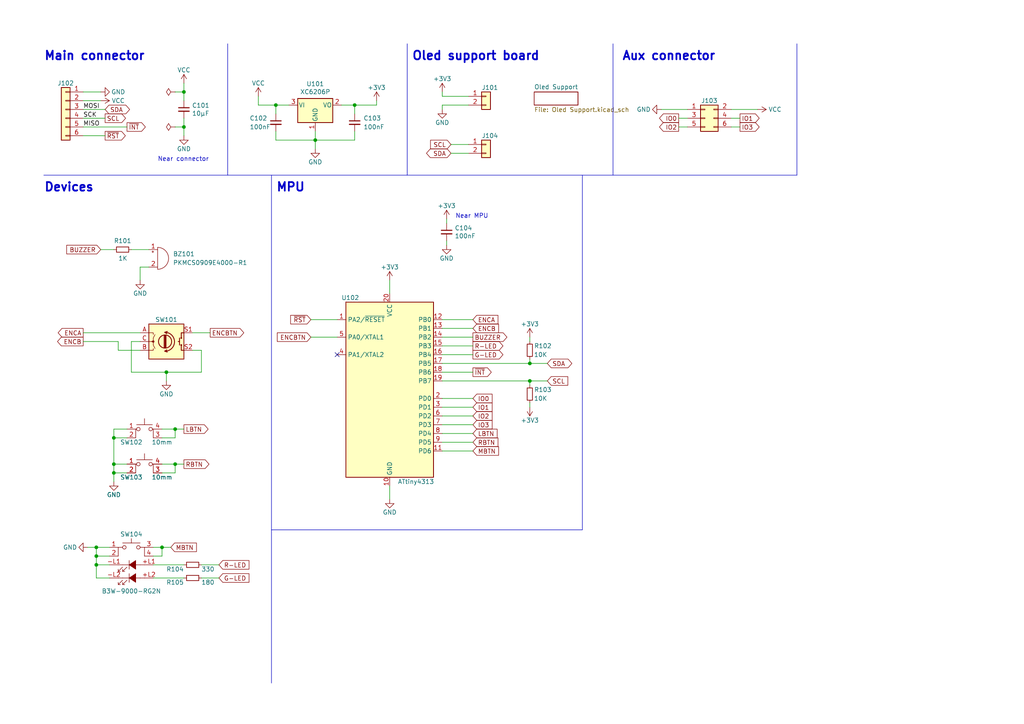
<source format=kicad_sch>
(kicad_sch (version 20230121) (generator eeschema)
  (paper "A4")
  (title_block (date "2021-01-01") (rev "2"))
  (lib_symbols
    (symbol "Connector_Generic:Conn_01x02" (pin_names (offset 1.016) hide)
      (property "Reference" "J" (at 0 2.54 0))
      (property "Value" "Conn_01x02" (at 0 -5.08 0))
      (symbol "Conn_01x02_1_1"
        (rectangle (start -1.27 -2.413) (end 0 -2.667) (stroke (width 0.1524)))
        (rectangle (start -1.27 0.127) (end 0 -0.127) (stroke (width 0.1524)))
        (rectangle (start -1.27 1.27) (end 1.27 -3.81) (stroke (width 0.254)) (fill (type background)))
        (pin passive line (at -5.08 0 0) (length 3.81) (name "Pin_1") (number "1"))
        (pin passive line (at -5.08 -2.54 0) (length 3.81) (name "Pin_2") (number "2"))
      )
    )
    (symbol "Connector_Generic:Conn_01x06" (pin_names (offset 1.016) hide)
      (property "Reference" "J" (at 0 7.62 0))
      (property "Value" "Conn_01x06" (at 0 -10.16 0))
      (symbol "Conn_01x06_1_1"
        (rectangle (start -1.27 -7.493) (end 0 -7.747) (stroke (width 0.1524)))
        (rectangle (start -1.27 -4.953) (end 0 -5.207) (stroke (width 0.1524)))
        (rectangle (start -1.27 -2.413) (end 0 -2.667) (stroke (width 0.1524)))
        (rectangle (start -1.27 0.127) (end 0 -0.127) (stroke (width 0.1524)))
        (rectangle (start -1.27 2.667) (end 0 2.413) (stroke (width 0.1524)))
        (rectangle (start -1.27 5.207) (end 0 4.953) (stroke (width 0.1524)))
        (rectangle (start -1.27 6.35) (end 1.27 -8.89) (stroke (width 0.254)) (fill (type background)))
        (pin passive line (at -5.08 5.08 0) (length 3.81) (name "Pin_1") (number "1"))
        (pin passive line (at -5.08 2.54 0) (length 3.81) (name "Pin_2") (number "2"))
        (pin passive line (at -5.08 0 0) (length 3.81) (name "Pin_3") (number "3"))
        (pin passive line (at -5.08 -2.54 0) (length 3.81) (name "Pin_4") (number "4"))
        (pin passive line (at -5.08 -5.08 0) (length 3.81) (name "Pin_5") (number "5"))
        (pin passive line (at -5.08 -7.62 0) (length 3.81) (name "Pin_6") (number "6"))
      )
    )
    (symbol "Connector_Generic:Conn_02x03_Odd_Even" (pin_names (offset 1.016) hide)
      (property "Reference" "J" (at 1.27 5.08 0))
      (property "Value" "Conn_02x03_Odd_Even" (at 1.27 -5.08 0))
      (symbol "Conn_02x03_Odd_Even_1_1"
        (rectangle (start -1.27 -2.413) (end 0 -2.667) (stroke (width 0.1524)))
        (rectangle (start -1.27 0.127) (end 0 -0.127) (stroke (width 0.1524)))
        (rectangle (start -1.27 2.667) (end 0 2.413) (stroke (width 0.1524)))
        (rectangle (start -1.27 3.81) (end 3.81 -3.81) (stroke (width 0.254)) (fill (type background)))
        (rectangle (start 3.81 -2.413) (end 2.54 -2.667) (stroke (width 0.1524)))
        (rectangle (start 3.81 0.127) (end 2.54 -0.127) (stroke (width 0.1524)))
        (rectangle (start 3.81 2.667) (end 2.54 2.413) (stroke (width 0.1524)))
        (pin passive line (at -5.08 2.54 0) (length 3.81) (name "Pin_1") (number "1"))
        (pin passive line (at 7.62 2.54 180) (length 3.81) (name "Pin_2") (number "2"))
        (pin passive line (at -5.08 0 0) (length 3.81) (name "Pin_3") (number "3"))
        (pin passive line (at 7.62 0 180) (length 3.81) (name "Pin_4") (number "4"))
        (pin passive line (at -5.08 -2.54 0) (length 3.81) (name "Pin_5") (number "5"))
        (pin passive line (at 7.62 -2.54 180) (length 3.81) (name "Pin_6") (number "6"))
      )
    )
    (symbol "Device:Buzzer" (pin_names (offset 0.0254) hide)
      (property "Reference" "BZ" (at 3.81 1.27 0))
      (property "Value" "Buzzer" (at 3.81 -1.27 0))
      (symbol "Buzzer_0_1"
        (arc (start 0 -3.175) (mid 3.1612 0) (end 0 3.175))
        (polyline (pts (xy -1.651 1.905) (xy -1.143 1.905)))
        (polyline (pts (xy -1.397 2.159) (xy -1.397 1.651)))
        (polyline (pts (xy 0 3.175) (xy 0 -3.175)))
      )
      (symbol "Buzzer_1_1"
        (pin passive line (at -2.54 2.54 0) (length 2.54) (name "-") (number "1"))
        (pin passive line (at -2.54 -2.54 0) (length 2.54) (name "+") (number "2"))
      )
    )
    (symbol "Device:C_Small" (pin_numbers hide) (pin_names (offset 0.254) hide)
      (property "Reference" "C" (at 0.254 1.778 0))
      (property "Value" "C_Small" (at 0.254 -2.032 0))
      (symbol "C_Small_0_1"
        (polyline (pts (xy -1.524 -0.508) (xy 1.524 -0.508)) (stroke (width 0.3302)))
        (polyline (pts (xy -1.524 0.508) (xy 1.524 0.508)) (stroke (width 0.3048)))
      )
      (symbol "C_Small_1_1"
        (pin passive line (at 0 2.54 270) (length 2.032) (name "~") (number "1"))
        (pin passive line (at 0 -2.54 90) (length 2.032) (name "~") (number "2"))
      )
    )
    (symbol "Device:R_Small" (pin_numbers hide) (pin_names (offset 0.254) hide)
      (property "Reference" "R" (at 0.762 0.508 0))
      (property "Value" "R_Small" (at 0.762 -1.016 0))
      (symbol "R_Small_0_1"
        (rectangle (start -0.762 1.778) (end 0.762 -1.778) (stroke (width 0.2032)))
      )
      (symbol "R_Small_1_1"
        (pin passive line (at 0 2.54 270) (length 0.762) (name "~") (number "1"))
        (pin passive line (at 0 -2.54 90) (length 0.762) (name "~") (number "2"))
      )
    )
    (symbol "Device:Rotary_Encoder_Switch" (pin_names (offset 0.254) hide)
      (property "Reference" "SW" (at 0 6.604 0))
      (property "Value" "Device_Rotary_Encoder_Switch" (at 0 -6.604 0))
      (symbol "Rotary_Encoder_Switch_0_1"
        (rectangle (start -5.08 5.08) (end 5.08 -5.08) (stroke (width 0.254)) (fill (type background)))
        (circle (center -3.81 0) (radius 0.254) (fill (type outline)))
        (arc (start -0.381 -2.794) (mid 2.3376 -0.0635) (end -0.381 2.667) (stroke (width 0.254)))
        (circle (center -0.381 0) (radius 1.905) (stroke (width 0.254)))
        (polyline (pts (xy -0.635 -1.778) (xy -0.635 1.778)) (stroke (width 0.254)))
        (polyline (pts (xy -0.381 -1.778) (xy -0.381 1.778)) (stroke (width 0.254)))
        (polyline (pts (xy -0.127 1.778) (xy -0.127 -1.778)) (stroke (width 0.254)))
        (polyline (pts (xy 3.81 0) (xy 3.429 0)) (stroke (width 0.254)))
        (polyline (pts (xy 3.81 1.016) (xy 3.81 -1.016)) (stroke (width 0.254)))
        (polyline (pts (xy -5.08 -2.54) (xy -3.81 -2.54) (xy -3.81 -2.032)))
        (polyline (pts (xy -5.08 2.54) (xy -3.81 2.54) (xy -3.81 2.032)))
        (polyline (pts (xy 0.254 -3.048) (xy -0.508 -2.794) (xy 0.127 -2.413)) (stroke (width 0.254)))
        (polyline (pts (xy 0.254 2.921) (xy -0.508 2.667) (xy 0.127 2.286)) (stroke (width 0.254)))
        (polyline (pts (xy 5.08 -2.54) (xy 4.318 -2.54) (xy 4.318 -1.016)) (stroke (width 0.254)))
        (polyline (pts (xy 5.08 2.54) (xy 4.318 2.54) (xy 4.318 1.016)) (stroke (width 0.254)))
        (polyline (pts (xy -5.08 0) (xy -3.81 0) (xy -3.81 -1.016) (xy -3.302 -2.032)))
        (polyline (pts (xy -4.318 0) (xy -3.81 0) (xy -3.81 1.016) (xy -3.302 2.032)))
        (circle (center 4.318 -1.016) (radius 0.127) (stroke (width 0.254)))
        (circle (center 4.318 1.016) (radius 0.127) (stroke (width 0.254)))
      )
      (symbol "Rotary_Encoder_Switch_1_1"
        (pin passive line (at -7.62 2.54 0) (length 2.54) (name "A") (number "A"))
        (pin passive line (at -7.62 -2.54 0) (length 2.54) (name "B") (number "B"))
        (pin passive line (at -7.62 0 0) (length 2.54) (name "C") (number "C"))
        (pin passive line (at 7.62 2.54 180) (length 2.54) (name "S1") (number "S1"))
        (pin passive line (at 7.62 -2.54 180) (length 2.54) (name "S2") (number "S2"))
      )
    )
    (symbol "MCU_Microchip_ATtiny:ATtiny2313-20SU"
      (property "Reference" "U" (at -12.7 26.67 0))
      (property "Value" "MCU_Microchip_ATtiny_ATtiny2313-20SU" (at 2.54 -26.67 0))
      (symbol "ATtiny2313-20SU_0_1"
        (rectangle (start -12.7 -25.4) (end 12.7 25.4) (stroke (width 0.254)) (fill (type background)))
      )
      (symbol "ATtiny2313-20SU_1_1"
        (pin bidirectional line (at -15.24 20.32 0) (length 2.54) (name "PA2/~{RESET}") (number "1"))
        (pin power_in line (at 0 -27.94 90) (length 2.54) (name "GND") (number "10"))
        (pin bidirectional line (at 15.24 -17.78 180) (length 2.54) (name "PD6") (number "11"))
        (pin bidirectional line (at 15.24 20.32 180) (length 2.54) (name "PB0") (number "12"))
        (pin bidirectional line (at 15.24 17.78 180) (length 2.54) (name "PB1") (number "13"))
        (pin bidirectional line (at 15.24 15.24 180) (length 2.54) (name "PB2") (number "14"))
        (pin bidirectional line (at 15.24 12.7 180) (length 2.54) (name "PB3") (number "15"))
        (pin bidirectional line (at 15.24 10.16 180) (length 2.54) (name "PB4") (number "16"))
        (pin bidirectional line (at 15.24 7.62 180) (length 2.54) (name "PB5") (number "17"))
        (pin bidirectional line (at 15.24 5.08 180) (length 2.54) (name "PB6") (number "18"))
        (pin bidirectional line (at 15.24 2.54 180) (length 2.54) (name "PB7") (number "19"))
        (pin bidirectional line (at 15.24 -2.54 180) (length 2.54) (name "PD0") (number "2"))
        (pin power_in line (at 0 27.94 270) (length 2.54) (name "VCC") (number "20"))
        (pin bidirectional line (at 15.24 -5.08 180) (length 2.54) (name "PD1") (number "3"))
        (pin bidirectional line (at -15.24 10.16 0) (length 2.54) (name "PA1/XTAL2") (number "4"))
        (pin bidirectional line (at -15.24 15.24 0) (length 2.54) (name "PA0/XTAL1") (number "5"))
        (pin bidirectional line (at 15.24 -7.62 180) (length 2.54) (name "PD2") (number "6"))
        (pin bidirectional line (at 15.24 -10.16 180) (length 2.54) (name "PD3") (number "7"))
        (pin bidirectional line (at 15.24 -12.7 180) (length 2.54) (name "PD4") (number "8"))
        (pin bidirectional line (at 15.24 -15.24 180) (length 2.54) (name "PD5") (number "9"))
      )
    )
    (symbol "Panel:B3W-9000-RG2N" (pin_names (offset 1.016) hide)
      (property "Reference" "SW" (at -1.27 7.62 0))
      (property "Value" "B3W-9000-RG2N" (at -2.54 -10.16 0))
      (symbol "B3W-9000-RG2N_0_0"
        (polyline (pts (xy -5.08 -8.255) (xy -3.81 -6.985)))
        (polyline (pts (xy -5.08 -4.445) (xy -3.81 -3.175)))
        (polyline (pts (xy -3.81 -8.255) (xy -2.54 -6.985)))
        (polyline (pts (xy -3.81 -6.35) (xy 1.27 -6.35)))
        (polyline (pts (xy -3.81 -4.445) (xy -2.54 -3.175)))
        (polyline (pts (xy -3.81 -2.54) (xy 1.27 -2.54)))
        (polyline (pts (xy -1.905 -5.08) (xy -1.905 -7.62)))
        (polyline (pts (xy -1.905 -1.27) (xy -1.905 -3.81)))
        (polyline (pts (xy -5.08 -7.62) (xy -5.08 -8.255) (xy -4.445 -8.255)))
        (polyline (pts (xy -5.08 -3.81) (xy -5.08 -4.445) (xy -4.445 -4.445)))
        (polyline (pts (xy -3.81 -7.62) (xy -3.81 -8.255) (xy -3.175 -8.255)))
        (polyline (pts (xy -3.81 -3.81) (xy -3.81 -4.445) (xy -3.175 -4.445)))
        (polyline (pts (xy -1.905 -6.35) (xy 0 -5.08) (xy 0 -7.62) (xy -1.905 -6.35)) (fill (type outline)))
        (polyline (pts (xy -1.905 -2.54) (xy 0 -1.27) (xy 0 -3.81) (xy -1.905 -2.54)) (fill (type outline)))
      )
      (symbol "B3W-9000-RG2N_0_1"
        (circle (center -3.302 2.54) (radius 0.508))
        (polyline (pts (xy -5.08 -6.35) (xy -3.81 -6.35)))
        (polyline (pts (xy -5.08 -2.54) (xy -3.81 -2.54)))
        (polyline (pts (xy -5.08 0) (xy -5.08 2.54)))
        (polyline (pts (xy -5.08 2.54) (xy -3.81 2.54)))
        (polyline (pts (xy -3.81 3.81) (xy 1.27 3.81)))
        (polyline (pts (xy -1.27 3.81) (xy -1.27 5.08)))
        (polyline (pts (xy 1.27 -6.35) (xy 2.54 -6.35)))
        (polyline (pts (xy 1.27 -2.54) (xy 2.54 -2.54)))
        (polyline (pts (xy 2.54 0) (xy 2.54 2.54)))
        (polyline (pts (xy 2.54 2.54) (xy 1.27 2.54)))
        (circle (center 0.762 2.54) (radius 0.508))
        (pin passive line (at 5.08 -2.54 180) (length 2.54) (name "+L1") (number "+L1"))
        (pin passive line (at 5.08 -6.35 180) (length 2.54) (name "+L2") (number "+L2"))
        (pin passive line (at -7.62 -2.54 0) (length 2.54) (name "-L1") (number "-L1"))
        (pin passive line (at -7.62 -6.35 0) (length 2.54) (name "-L2") (number "-L2"))
        (pin passive line (at -7.62 2.54 0) (length 2.54) (name "1") (number "1"))
        (pin passive line (at -7.62 0 0) (length 2.54) (name "2") (number "2"))
        (pin passive line (at 5.08 2.54 180) (length 2.54) (name "3") (number "3"))
        (pin passive line (at 5.08 0 180) (length 2.54) (name "4") (number "4"))
      )
    )
    (symbol "Regulator_Linear:XC6206PxxxMR" (pin_names (offset 0.254))
      (property "Reference" "U" (at -3.81 3.175 0))
      (property "Value" "XC6206PxxxMR" (at 0 3.175 0))
      (symbol "XC6206PxxxMR_0_1"
        (rectangle (start -5.08 1.905) (end 5.08 -5.08) (stroke (width 0.254)) (fill (type background)))
      )
      (symbol "XC6206PxxxMR_1_1"
        (pin power_in line (at 0 -7.62 90) (length 2.54) (name "GND") (number "1"))
        (pin power_out line (at 7.62 0 180) (length 2.54) (name "VO") (number "2"))
        (pin power_in line (at -7.62 0 0) (length 2.54) (name "VI") (number "3"))
      )
    )
    (symbol "Switch:SW_MEC_5E" (pin_names (offset 1.016) hide)
      (property "Reference" "SW" (at 0.635 5.715 0))
      (property "Value" "SW_MEC_5E" (at 0 -3.175 0))
      (symbol "SW_MEC_5E_0_1"
        (circle (center -1.778 2.54) (radius 0.508))
        (polyline (pts (xy -2.286 3.81) (xy 2.286 3.81)))
        (polyline (pts (xy 0 3.81) (xy 0 5.588)))
        (polyline (pts (xy -2.54 0) (xy -2.54 2.54) (xy -2.286 2.54)))
        (polyline (pts (xy 2.54 0) (xy 2.54 2.54) (xy 2.286 2.54)))
        (circle (center 1.778 2.54) (radius 0.508))
        (pin passive line (at -5.08 2.54 0) (length 2.54) (name "1") (number "1"))
        (pin passive line (at -5.08 0 0) (length 2.54) (name "2") (number "2"))
        (pin passive line (at 5.08 0 180) (length 2.54) (name "K") (number "3"))
        (pin passive line (at 5.08 2.54 180) (length 2.54) (name "A") (number "4"))
      )
    )
    (symbol "power:+3V3" (power) (pin_names (offset 0))
      (property "Value" "+3V3" (at 0 3.556 0))
      (symbol "+3V3_0_1"
        (polyline (pts (xy -0.762 1.27) (xy 0 2.54)))
        (polyline (pts (xy 0 0) (xy 0 2.54)))
        (polyline (pts (xy 0 2.54) (xy 0.762 1.27)))
      )
      (symbol "+3V3_1_1"
        (pin power_in line (at 0 0 90) (length 0) hide (name "+3V3") (number "1"))
      )
    )
    (symbol "power:GND" (power) (pin_names (offset 0))
      (property "Value" "GND" (at 0 -3.81 0))
      (symbol "GND_0_1"
        (polyline (pts (xy 0 0) (xy 0 -1.27) (xy 1.27 -1.27) (xy 0 -2.54) (xy -1.27 -1.27) (xy 0 -1.27)))
      )
      (symbol "GND_1_1"
        (pin power_in line (at 0 0 270) (length 0) hide (name "GND") (number "1"))
      )
    )
    (symbol "power:PWR_FLAG" (power) (pin_numbers hide) (pin_names (offset 0) hide)
      (property "Value" "PWR_FLAG" (at 0 3.81 0))
      (symbol "PWR_FLAG_0_0"
        (pin power_out line (at 0 0 90) (length 0) (name "pwr") (number "1"))
      )
      (symbol "PWR_FLAG_0_1"
        (polyline (pts (xy 0 0) (xy 0 1.27) (xy -1.016 1.905) (xy 0 2.54) (xy 1.016 1.905) (xy 0 1.27)))
      )
    )
    (symbol "power:VCC" (power) (pin_names (offset 0))
      (property "Value" "VCC" (at 0 3.81 0))
      (symbol "VCC_0_1"
        (polyline (pts (xy -0.762 1.27) (xy 0 2.54)))
        (polyline (pts (xy 0 0) (xy 0 2.54)))
        (polyline (pts (xy 0 2.54) (xy 0.762 1.27)))
      )
      (symbol "VCC_1_1"
        (pin power_in line (at 0 0 90) (length 0) hide (name "VCC") (number "1"))
      )
    )
  )
  (junction (at 53.34 36.83))
  (junction (at 27.94 158.75))
  (junction (at 53.34 26.67))
  (junction (at 80.01 30.48))
  (junction (at 50.8 124.46))
  (junction (at 48.26 107.95))
  (junction (at 91.44 40.64))
  (junction (at 153.67 110.49))
  (junction (at 27.94 161.29))
  (junction (at 33.02 134.62))
  (junction (at 33.02 127))
  (junction (at 153.67 105.41))
  (junction (at 46.99 158.75))
  (junction (at 33.02 137.16))
  (junction (at 27.94 163.83))
  (junction (at 50.8 134.62))
  (junction (at 102.87 30.48))
  (no_connect (at 97.79 102.87))
  (polyline (pts (xy 78.74 50.8) (xy 78.74 198.12)))
  (wire (pts (xy 212.09 31.75) (xy 219.71 31.75)))
  (wire (pts (xy 50.8 127) (xy 50.8 124.46)))
  (wire (pts (xy 58.42 163.83) (xy 63.5 163.83)))
  (wire (pts (xy 46.99 158.75) (xy 49.53 158.75)))
  (wire (pts (xy 128.27 123.19) (xy 137.16 123.19)))
  (wire (pts (xy 55.88 101.6) (xy 58.42 101.6)))
  (polyline (pts (xy 66.04 12.7) (xy 66.04 50.8)))
  (wire (pts (xy 53.34 167.64) (xy 44.45 167.64)))
  (polyline (pts (xy 168.91 50.8) (xy 168.91 153.67)))
  (wire (pts (xy 53.34 26.67) (xy 53.34 29.21)))
  (wire (pts (xy 38.1 99.06) (xy 38.1 107.95)))
  (wire (pts (xy 33.02 137.16) (xy 36.83 137.16)))
  (polyline (pts (xy 78.74 153.67) (xy 168.91 153.67)))
  (wire (pts (xy 153.67 110.49) (xy 158.75 110.49)))
  (wire (pts (xy 50.8 36.83) (xy 53.34 36.83)))
  (wire (pts (xy 196.85 34.29) (xy 199.39 34.29)))
  (wire (pts (xy 128.27 100.33) (xy 137.16 100.33)))
  (wire (pts (xy 130.81 44.45) (xy 135.89 44.45)))
  (wire (pts (xy 60.96 96.52) (xy 55.88 96.52)))
  (wire (pts (xy 128.27 102.87) (xy 137.16 102.87)))
  (wire (pts (xy 128.27 110.49) (xy 153.67 110.49)))
  (wire (pts (xy 212.09 34.29) (xy 214.63 34.29)))
  (wire (pts (xy 24.13 34.29) (xy 30.48 34.29)))
  (wire (pts (xy 191.77 31.75) (xy 199.39 31.75)))
  (wire (pts (xy 153.67 110.49) (xy 153.67 111.76)))
  (wire (pts (xy 24.13 39.37) (xy 30.48 39.37)))
  (wire (pts (xy 53.34 36.83) (xy 53.34 39.37)))
  (wire (pts (xy 33.02 127) (xy 33.02 134.62)))
  (wire (pts (xy 113.03 140.97) (xy 113.03 144.78)))
  (wire (pts (xy 34.29 99.06) (xy 34.29 101.6)))
  (wire (pts (xy 90.17 92.71) (xy 97.79 92.71)))
  (wire (pts (xy 50.8 134.62) (xy 50.8 137.16)))
  (wire (pts (xy 24.13 99.06) (xy 34.29 99.06)))
  (wire (pts (xy 91.44 40.64) (xy 91.44 43.18)))
  (wire (pts (xy 36.83 124.46) (xy 33.02 124.46)))
  (wire (pts (xy 50.8 26.67) (xy 53.34 26.67)))
  (wire (pts (xy 102.87 30.48) (xy 109.22 30.48)))
  (wire (pts (xy 31.75 158.75) (xy 27.94 158.75)))
  (wire (pts (xy 90.17 97.79) (xy 97.79 97.79)))
  (wire (pts (xy 91.44 40.64) (xy 102.87 40.64)))
  (wire (pts (xy 27.94 158.75) (xy 27.94 161.29)))
  (wire (pts (xy 128.27 27.94) (xy 135.89 27.94)))
  (wire (pts (xy 46.99 161.29) (xy 46.99 158.75)))
  (wire (pts (xy 46.99 124.46) (xy 50.8 124.46)))
  (wire (pts (xy 113.03 81.28) (xy 113.03 85.09)))
  (wire (pts (xy 129.54 69.85) (xy 129.54 71.12)))
  (wire (pts (xy 48.26 107.95) (xy 58.42 107.95)))
  (wire (pts (xy 153.67 99.06) (xy 153.67 97.79)))
  (wire (pts (xy 46.99 134.62) (xy 50.8 134.62)))
  (wire (pts (xy 38.1 99.06) (xy 40.64 99.06)))
  (wire (pts (xy 50.8 137.16) (xy 46.99 137.16)))
  (wire (pts (xy 33.02 72.39) (xy 29.21 72.39)))
  (polyline (pts (xy 177.8 50.8) (xy 177.8 12.7)))
  (wire (pts (xy 53.34 34.29) (xy 53.34 36.83)))
  (wire (pts (xy 128.27 120.65) (xy 137.16 120.65)))
  (wire (pts (xy 80.01 38.1) (xy 80.01 40.64)))
  (wire (pts (xy 130.81 41.91) (xy 135.89 41.91)))
  (wire (pts (xy 74.93 30.48) (xy 80.01 30.48)))
  (wire (pts (xy 44.45 161.29) (xy 46.99 161.29)))
  (wire (pts (xy 24.13 26.67) (xy 29.21 26.67)))
  (wire (pts (xy 128.27 26.67) (xy 128.27 27.94)))
  (wire (pts (xy 27.94 163.83) (xy 27.94 167.64)))
  (wire (pts (xy 109.22 30.48) (xy 109.22 29.21)))
  (wire (pts (xy 50.8 124.46) (xy 53.34 124.46)))
  (wire (pts (xy 128.27 130.81) (xy 137.16 130.81)))
  (wire (pts (xy 24.13 36.83) (xy 36.83 36.83)))
  (wire (pts (xy 102.87 33.02) (xy 102.87 30.48)))
  (wire (pts (xy 44.45 163.83) (xy 53.34 163.83)))
  (wire (pts (xy 80.01 40.64) (xy 91.44 40.64)))
  (wire (pts (xy 40.64 77.47) (xy 40.64 81.28)))
  (wire (pts (xy 128.27 128.27) (xy 137.16 128.27)))
  (wire (pts (xy 128.27 95.25) (xy 137.16 95.25)))
  (wire (pts (xy 74.93 27.94) (xy 74.93 30.48)))
  (wire (pts (xy 153.67 116.84) (xy 153.67 118.11)))
  (wire (pts (xy 129.54 63.5) (xy 129.54 64.77)))
  (wire (pts (xy 31.75 163.83) (xy 27.94 163.83)))
  (wire (pts (xy 80.01 30.48) (xy 80.01 33.02)))
  (wire (pts (xy 34.29 101.6) (xy 40.64 101.6)))
  (wire (pts (xy 128.27 118.11) (xy 137.16 118.11)))
  (wire (pts (xy 27.94 161.29) (xy 27.94 163.83)))
  (wire (pts (xy 128.27 107.95) (xy 137.16 107.95)))
  (wire (pts (xy 80.01 30.48) (xy 83.82 30.48)))
  (wire (pts (xy 128.27 97.79) (xy 137.16 97.79)))
  (wire (pts (xy 36.83 127) (xy 33.02 127)))
  (wire (pts (xy 31.75 161.29) (xy 27.94 161.29)))
  (wire (pts (xy 102.87 40.64) (xy 102.87 38.1)))
  (polyline (pts (xy 12.7 50.8) (xy 231.14 50.8)))
  (wire (pts (xy 58.42 101.6) (xy 58.42 107.95)))
  (wire (pts (xy 24.13 96.52) (xy 40.64 96.52)))
  (wire (pts (xy 63.5 167.64) (xy 58.42 167.64)))
  (wire (pts (xy 99.06 30.48) (xy 102.87 30.48)))
  (wire (pts (xy 50.8 134.62) (xy 53.34 134.62)))
  (wire (pts (xy 196.85 36.83) (xy 199.39 36.83)))
  (wire (pts (xy 128.27 125.73) (xy 137.16 125.73)))
  (wire (pts (xy 40.64 77.47) (xy 43.18 77.47)))
  (wire (pts (xy 128.27 105.41) (xy 153.67 105.41)))
  (wire (pts (xy 36.83 134.62) (xy 33.02 134.62)))
  (wire (pts (xy 91.44 40.64) (xy 91.44 38.1)))
  (wire (pts (xy 33.02 134.62) (xy 33.02 137.16)))
  (wire (pts (xy 135.89 30.48) (xy 128.27 30.48)))
  (wire (pts (xy 46.99 127) (xy 50.8 127)))
  (polyline (pts (xy 231.14 50.8) (xy 231.14 12.7)))
  (wire (pts (xy 214.63 36.83) (xy 212.09 36.83)))
  (wire (pts (xy 38.1 107.95) (xy 48.26 107.95)))
  (wire (pts (xy 33.02 124.46) (xy 33.02 127)))
  (wire (pts (xy 128.27 115.57) (xy 137.16 115.57)))
  (wire (pts (xy 27.94 167.64) (xy 31.75 167.64)))
  (wire (pts (xy 128.27 30.48) (xy 128.27 31.75)))
  (wire (pts (xy 48.26 107.95) (xy 48.26 110.49)))
  (wire (pts (xy 25.4 158.75) (xy 27.94 158.75)))
  (wire (pts (xy 128.27 92.71) (xy 137.16 92.71)))
  (wire (pts (xy 153.67 105.41) (xy 158.75 105.41)))
  (wire (pts (xy 33.02 137.16) (xy 33.02 139.7)))
  (wire (pts (xy 24.13 29.21) (xy 29.21 29.21)))
  (wire (pts (xy 24.13 31.75) (xy 30.48 31.75)))
  (wire (pts (xy 153.67 104.14) (xy 153.67 105.41)))
  (wire (pts (xy 53.34 24.13) (xy 53.34 26.67)))
  (wire (pts (xy 44.45 158.75) (xy 46.99 158.75)))
  (polyline (pts (xy 118.11 12.7) (xy 118.11 50.8)))
  (wire (pts (xy 38.1 72.39) (xy 43.18 72.39)))
  (text "Oled support board" (at 119.38 17.78 0) (effects (font (size 2.4892 2.4892) (thickness 0.4978) bold) (justify left bottom)))
  (text "Main connector" (at 12.7 17.78 0) (effects (font (size 2.4892 2.4892) (thickness 0.4978) bold) (justify left bottom)))
  (text "Near MPU" (at 132.08 63.5 0) (effects (font (size 1.27 1.27)) (justify left bottom)))
  (text "Aux connector" (at 180.34 17.78 0) (effects (font (size 2.4892 2.4892) (thickness 0.4978) bold) (justify left bottom)))
  (text "MPU" (at 80.01 55.88 0) (effects (font (size 2.4892 2.4892) (thickness 0.4978) bold) (justify left bottom)))
  (text "Devices" (at 12.7 55.88 0) (effects (font (size 2.4892 2.4892) (thickness 0.4978) bold) (justify left bottom)))
  (text "Near connector" (at 45.72 46.99 0) (effects (font (size 1.27 1.27)) (justify left bottom)))
  (label "SCK" (at 24.13 34.29 0))
  (label "MISO" (at 24.13 36.83 0))
  (label "MOSI" (at 24.13 31.75 0))
  (global_label "ENCB" (shape output) (at 24.13 99.06 180) (property "Intersheetrefs" "${INTERSHEET_REFS}" (effects hide)))
  (global_label "IO0" (shape input) (at 137.16 115.57 0) (property "Intersheetrefs" "${INTERSHEET_REFS}" (effects hide)))
  (global_label "~{RST}" (shape input) (at 90.17 92.71 180) (property "Intersheetrefs" "${INTERSHEET_REFS}" (effects hide)))
  (global_label "LBTN" (shape output) (at 53.34 124.46 0) (property "Intersheetrefs" "${INTERSHEET_REFS}" (effects hide)))
  (global_label "ENCB" (shape input) (at 137.16 95.25 0) (property "Intersheetrefs" "${INTERSHEET_REFS}" (effects hide)))
  (global_label "~{INT}" (shape output) (at 137.16 107.95 0) (property "Intersheetrefs" "${INTERSHEET_REFS}" (effects hide)))
  (global_label "SDA" (shape bidirectional) (at 30.48 31.75 0) (property "Intersheetrefs" "${INTERSHEET_REFS}" (effects hide)))
  (global_label "IO2" (shape output) (at 196.85 36.83 180) (property "Intersheetrefs" "${INTERSHEET_REFS}" (effects hide)))
  (global_label "MBTN" (shape input) (at 137.16 130.81 0) (property "Intersheetrefs" "${INTERSHEET_REFS}" (effects hide)))
  (global_label "LBTN" (shape input) (at 137.16 125.73 0) (property "Intersheetrefs" "${INTERSHEET_REFS}" (effects hide)))
  (global_label "R-LED" (shape output) (at 137.16 100.33 0) (property "Intersheetrefs" "${INTERSHEET_REFS}" (effects hide)))
  (global_label "ENCBTN" (shape input) (at 90.17 97.79 180) (property "Intersheetrefs" "${INTERSHEET_REFS}" (effects hide)))
  (global_label "IO3" (shape input) (at 137.16 123.19 0) (property "Intersheetrefs" "${INTERSHEET_REFS}" (effects hide)))
  (global_label "ENCBTN" (shape output) (at 60.96 96.52 0) (property "Intersheetrefs" "${INTERSHEET_REFS}" (effects hide)))
  (global_label "IO1" (shape output) (at 214.63 34.29 0) (property "Intersheetrefs" "${INTERSHEET_REFS}" (effects hide)))
  (global_label "G-LED" (shape output) (at 137.16 102.87 0) (property "Intersheetrefs" "${INTERSHEET_REFS}" (effects hide)))
  (global_label "R-LED" (shape input) (at 63.5 163.83 0) (property "Intersheetrefs" "${INTERSHEET_REFS}" (effects hide)))
  (global_label "SCL" (shape input) (at 130.81 41.91 180) (property "Intersheetrefs" "${INTERSHEET_REFS}" (effects hide)))
  (global_label "RBTN" (shape input) (at 137.16 128.27 0) (property "Intersheetrefs" "${INTERSHEET_REFS}" (effects hide)))
  (global_label "IO1" (shape input) (at 137.16 118.11 0) (property "Intersheetrefs" "${INTERSHEET_REFS}" (effects hide)))
  (global_label "SCL" (shape output) (at 30.48 34.29 0) (property "Intersheetrefs" "${INTERSHEET_REFS}" (effects hide)))
  (global_label "ENCA" (shape output) (at 24.13 96.52 180) (property "Intersheetrefs" "${INTERSHEET_REFS}" (effects hide)))
  (global_label "~{INT}" (shape output) (at 36.83 36.83 0) (property "Intersheetrefs" "${INTERSHEET_REFS}" (effects hide)))
  (global_label "~{RST}" (shape output) (at 30.48 39.37 0) (property "Intersheetrefs" "${INTERSHEET_REFS}" (effects hide)))
  (global_label "G-LED" (shape input) (at 63.5 167.64 0) (property "Intersheetrefs" "${INTERSHEET_REFS}" (effects hide)))
  (global_label "SDA" (shape bidirectional) (at 158.75 105.41 0) (property "Intersheetrefs" "${INTERSHEET_REFS}" (effects hide)))
  (global_label "IO3" (shape output) (at 214.63 36.83 0) (property "Intersheetrefs" "${INTERSHEET_REFS}" (effects hide)))
  (global_label "SCL" (shape input) (at 158.75 110.49 0) (property "Intersheetrefs" "${INTERSHEET_REFS}" (effects hide)))
  (global_label "BUZZER" (shape output) (at 137.16 97.79 0) (property "Intersheetrefs" "${INTERSHEET_REFS}" (effects hide)))
  (global_label "BUZZER" (shape input) (at 29.21 72.39 180) (property "Intersheetrefs" "${INTERSHEET_REFS}" (effects hide)))
  (global_label "SDA" (shape bidirectional) (at 130.81 44.45 180) (property "Intersheetrefs" "${INTERSHEET_REFS}" (effects hide)))
  (global_label "ENCA" (shape input) (at 137.16 92.71 0) (property "Intersheetrefs" "${INTERSHEET_REFS}" (effects hide)))
  (global_label "IO0" (shape output) (at 196.85 34.29 180) (property "Intersheetrefs" "${INTERSHEET_REFS}" (effects hide)))
  (global_label "MBTN" (shape input) (at 49.53 158.75 0) (property "Intersheetrefs" "${INTERSHEET_REFS}" (effects hide)))
  (global_label "RBTN" (shape output) (at 53.34 134.62 0) (property "Intersheetrefs" "${INTERSHEET_REFS}" (effects hide)))
  (global_label "IO2" (shape input) (at 137.16 120.65 0) (property "Intersheetrefs" "${INTERSHEET_REFS}" (effects hide)))
  (symbol (lib_id "Switch:SW_MEC_5E") (at 41.91 127 0) (unit 1)
    (property "Reference" "SW102" (at 38.1 128.27 0))
    (property "Value" "10mm" (at 46.99 128.27 0))
    (property "Footprint" "Button_Switch_SMD:SW_SPST_Omron_B3FS-100xP" (effects hide))
  )
  (symbol (lib_id "Switch:SW_MEC_5E") (at 41.91 137.16 0) (unit 1)
    (property "Reference" "SW103" (at 38.1 138.43 0))
    (property "Value" "10mm" (at 46.99 138.43 0))
    (property "Footprint" "Button_Switch_SMD:SW_SPST_Omron_B3FS-100xP" (effects hide))
  )
  (symbol (lib_id "Panel:B3W-9000-RG2N") (at 39.37 161.29 0) (unit 1)
    (property "Reference" "SW104" (at 38.1 154.94 0))
    (property "Value" "B3W-9000-RG2N" (at 38.1 171.45 0))
    (property "Footprint" "B3W-9000-RG2:B3W-9000-RG2" (effects hide))
    (property "Datasheet" "https://omronfs.omron.com/en_US/ecb/products/pdf/en-b3w-9.pdf" (effects hide))
  )
  (symbol (lib_id "power:GND") (at 33.02 139.7 0) (unit 1)
    (property "Reference" "#PWR0119" (effects hide))
    (property "Value" "GND" (at 33.02 143.51 0))
  )
  (symbol (lib_id "power:GND") (at 25.4 158.75 270) (unit 1)
    (property "Reference" "#PWR0121" (effects hide))
    (property "Value" "GND" (at 20.32 158.75 90))
  )
  (symbol (lib_id "Device:R_Small") (at 55.88 163.83 270) (unit 1)
    (property "Reference" "R104" (at 53.34 165.1 90) (effects (justify right)))
    (property "Value" "330" (at 62.23 165.1 90) (effects (justify right)))
    (property "Footprint" "Resistor_SMD:R_0805_2012Metric_Pad1.20x1.40mm_HandSolder" (effects hide))
    (property "LCSC" "C17630" (effects hide))
  )
  (symbol (lib_id "Connector_Generic:Conn_01x02") (at 140.97 27.94 0) (unit 1)
    (property "Reference" "J101" (at 139.7 25.4 0) (effects (justify left)))
    (property "Value" "Conn_01x02" (effects hide))
    (property "Footprint" "OledSupport-header:OledSupport-header" (effects hide))
  )
  (symbol (lib_id "Connector_Generic:Conn_01x02") (at 140.97 41.91 0) (unit 1)
    (property "Reference" "J104" (at 139.7 39.37 0) (effects (justify left)))
    (property "Value" "Conn_01x02" (effects hide))
    (property "Footprint" "OledSupport-header:OledSupport-header" (effects hide))
  )
  (symbol (lib_id "Device:R_Small") (at 55.88 167.64 270) (unit 1)
    (property "Reference" "R105" (at 53.34 168.91 90) (effects (justify right)))
    (property "Value" "180" (at 62.23 168.91 90) (effects (justify right)))
    (property "Footprint" "Resistor_SMD:R_0805_2012Metric_Pad1.20x1.40mm_HandSolder" (effects hide))
    (property "LCSC" "C25270" (effects hide))
  )
  (symbol (lib_id "power:GND") (at 128.27 31.75 0) (unit 1)
    (property "Reference" "#PWR0107" (effects hide))
    (property "Value" "GND" (at 128.27 35.56 0))
  )
  (symbol (lib_id "MCU_Microchip_ATtiny:ATtiny2313-20SU") (at 113.03 113.03 0) (unit 1)
    (property "Reference" "U102" (at 101.6 86.36 0))
    (property "Value" "ATtiny4313" (at 120.65 139.7 0))
    (property "Footprint" "Package_SO:SOIC-20W_7.5x12.8mm_P1.27mm" (effects hide))
    (property "Datasheet" "http://ww1.microchip.com/downloads/en/DeviceDoc/doc8246.pdf" (effects hide))
    (property "LCSC" "C72467" (effects hide))
  )
  (symbol (lib_id "Device:Buzzer") (at 45.72 74.93 0) (unit 1)
    (property "Reference" "BZ101" (at 53.34 73.66 0))
    (property "Value" "PKMCS0909E4000-R1" (at 60.96 76.2 0))
    (property "Footprint" "Buzzer_Beeper:Buzzer_Murata_PKMCS0909E4000-R1" (effects hide))
    (property "Datasheet" "https://www.mouser.it/datasheet/2/281/PKMCS0909E4000-R1-1186610.pdf" (effects hide))
  )
  (symbol (lib_id "power:GND") (at 113.03 144.78 0) (unit 1)
    (property "Reference" "#PWR0120" (effects hide))
    (property "Value" "GND" (at 113.03 148.59 0))
  )
  (symbol (lib_id "power:VCC") (at 29.21 29.21 270) (unit 1)
    (property "Reference" "#PWR0105" (effects hide))
    (property "Value" "VCC" (at 34.29 29.21 90))
  )
  (symbol (lib_id "power:GND") (at 129.54 71.12 0) (unit 1)
    (property "Reference" "#PWR0113" (effects hide))
    (property "Value" "GND" (at 129.54 74.93 0))
  )
  (symbol (lib_id "Device:C_Small") (at 129.54 67.31 0) (unit 1)
    (property "Reference" "C104" (at 131.8768 66.1416 0) (effects (justify left)))
    (property "Value" "100nF" (at 131.8768 68.453 0) (effects (justify left)))
    (property "Footprint" "Capacitor_SMD:C_0805_2012Metric_Pad1.18x1.45mm_HandSolder" (effects hide))
    (property "LCSC" "C49678" (effects hide))
  )
  (symbol (lib_id "power:PWR_FLAG") (at 50.8 26.67 90) (unit 1)
    (property "Reference" "#FLG0101" (effects hide))
    (property "Value" "PWR_FLAG" (effects hide))
  )
  (symbol (lib_id "power:PWR_FLAG") (at 50.8 36.83 90) (unit 1)
    (property "Reference" "#FLG0102" (effects hide))
    (property "Value" "PWR_FLAG" (effects hide))
  )
  (symbol (lib_id "Device:C_Small") (at 102.87 35.56 0) (unit 1)
    (property "Reference" "C103" (at 105.41 34.29 0) (effects (justify left)))
    (property "Value" "100nF" (at 105.41 36.83 0) (effects (justify left)))
    (property "Footprint" "Capacitor_SMD:C_0805_2012Metric_Pad1.18x1.45mm_HandSolder" (effects hide))
    (property "LCSC" "C49678" (effects hide))
  )
  (symbol (lib_id "Device:C_Small") (at 80.01 35.56 0) (unit 1)
    (property "Reference" "C102" (at 72.39 34.29 0) (effects (justify left)))
    (property "Value" "100nF" (at 72.39 36.83 0) (effects (justify left)))
    (property "Footprint" "Capacitor_SMD:C_0805_2012Metric_Pad1.18x1.45mm_HandSolder" (effects hide))
    (property "LCSC" "C49678" (effects hide))
  )
  (symbol (lib_id "power:GND") (at 91.44 43.18 0) (unit 1)
    (property "Reference" "#PWR0111" (effects hide))
    (property "Value" "GND" (at 91.44 46.99 0))
  )
  (symbol (lib_id "power:+3V3") (at 109.22 29.21 0) (unit 1)
    (property "Reference" "#PWR0106" (effects hide))
    (property "Value" "+3V3" (at 109.22 25.4 0))
  )
  (symbol (lib_id "Regulator_Linear:XC6206PxxxMR") (at 91.44 30.48 0) (unit 1)
    (property "Reference" "U101" (at 91.44 24.3332 0))
    (property "Value" "XC6206P" (at 91.44 26.6446 0))
    (property "Footprint" "Package_TO_SOT_SMD:SOT-23_Handsoldering" (effects hide))
    (property "Datasheet" "https://www.torexsemi.com/file/xc6206/XC6206.pdf" (effects hide))
    (property "LCSC" "C5446" (effects hide))
  )
  (symbol (lib_id "power:VCC") (at 74.93 27.94 0) (unit 1)
    (property "Reference" "#PWR0104" (effects hide))
    (property "Value" "VCC" (at 74.93 24.13 0))
  )
  (symbol (lib_id "power:+3V3") (at 113.03 81.28 0) (unit 1)
    (property "Reference" "#PWR0115" (effects hide))
    (property "Value" "+3V3" (at 113.03 77.47 0))
  )
  (symbol (lib_id "power:+3V3") (at 129.54 63.5 0) (unit 1)
    (property "Reference" "#PWR0112" (effects hide))
    (property "Value" "+3V3" (at 129.54 59.69 0))
  )
  (symbol (lib_id "Connector_Generic:Conn_02x03_Odd_Even") (at 204.47 34.29 0) (unit 1)
    (property "Reference" "J103" (at 205.74 29.21 0))
    (property "Value" "Header" (effects hide))
    (property "Footprint" "Connector_PinHeader_2.54mm:PinHeader_2x03_P2.54mm_Vertical" (effects hide))
  )
  (symbol (lib_id "power:+3V3") (at 128.27 26.67 0) (unit 1)
    (property "Reference" "#PWR0103" (effects hide))
    (property "Value" "+3V3" (at 128.27 22.86 0))
  )
  (symbol (lib_id "power:GND") (at 191.77 31.75 270) (unit 1)
    (property "Reference" "#PWR0108" (effects hide))
    (property "Value" "GND" (at 186.69 31.75 90))
  )
  (symbol (lib_id "power:VCC") (at 219.71 31.75 270) (unit 1)
    (property "Reference" "#PWR0109" (effects hide))
    (property "Value" "VCC" (at 224.79 31.75 90))
  )
  (symbol (lib_id "Device:R_Small") (at 153.67 101.6 0) (unit 1)
    (property "Reference" "R102" (at 160.02 100.33 0) (effects (justify right)))
    (property "Value" "10K" (at 158.75 102.87 0) (effects (justify right)))
    (property "Footprint" "Resistor_SMD:R_0805_2012Metric_Pad1.20x1.40mm_HandSolder" (effects hide))
    (property "LCSC" "C17414" (effects hide))
  )
  (symbol (lib_id "Device:R_Small") (at 153.67 114.3 0) (unit 1)
    (property "Reference" "R103" (at 160.02 113.03 0) (effects (justify right)))
    (property "Value" "10K" (at 158.75 115.57 0) (effects (justify right)))
    (property "Footprint" "Resistor_SMD:R_0805_2012Metric_Pad1.20x1.40mm_HandSolder" (effects hide))
    (property "LCSC" "C17414" (effects hide))
  )
  (symbol (lib_id "power:VCC") (at 53.34 24.13 0) (unit 1)
    (property "Reference" "#PWR0101" (effects hide))
    (property "Value" "VCC" (at 53.34 20.32 0))
  )
  (symbol (lib_id "power:GND") (at 53.34 39.37 0) (unit 1)
    (property "Reference" "#PWR0110" (effects hide))
    (property "Value" "GND" (at 53.34 43.18 0))
  )
  (symbol (lib_id "Device:C_Small") (at 53.34 31.75 0) (unit 1)
    (property "Reference" "C101" (at 55.6768 30.5816 0) (effects (justify left)))
    (property "Value" "10µF" (at 55.6768 32.893 0) (effects (justify left)))
    (property "Footprint" "Capacitor_SMD:C_0805_2012Metric_Pad1.18x1.45mm_HandSolder" (effects hide))
    (property "LCSC" "C15850" (effects hide))
  )
  (symbol (lib_id "Connector_Generic:Conn_01x06") (at 19.05 31.75 0) (mirror y) (unit 1)
    (property "Reference" "J102" (at 19.05 24.13 0))
    (property "Value" "Header" (effects hide))
    (property "Footprint" "Connector_JST:JST_XH_B6B-XH-A_1x06_P2.50mm_Vertical" (effects hide))
  )
  (symbol (lib_id "Device:Rotary_Encoder_Switch") (at 48.26 99.06 0) (unit 1)
    (property "Reference" "SW101" (at 48.26 92.71 0))
    (property "Value" "Rotary Encoder + Switch" (effects hide))
    (property "Footprint" "Rotary_Encoder:RotaryEncoder_Alps_EC11E-Switch_Vertical_H20mm" (effects hide))
  )
  (symbol (lib_id "power:+3V3") (at 153.67 97.79 0) (unit 1)
    (property "Reference" "#PWR0116" (effects hide))
    (property "Value" "+3V3" (at 153.67 93.98 0))
  )
  (symbol (lib_id "power:+3V3") (at 153.67 118.11 180) (unit 1)
    (property "Reference" "#PWR0118" (effects hide))
    (property "Value" "+3V3" (at 153.67 121.92 0))
  )
  (symbol (lib_id "power:GND") (at 48.26 110.49 0) (unit 1)
    (property "Reference" "#PWR0117" (effects hide))
    (property "Value" "GND" (at 48.26 114.3 0))
  )
  (symbol (lib_id "power:GND") (at 40.64 81.28 0) (unit 1)
    (property "Reference" "#PWR0114" (effects hide))
    (property "Value" "GND" (at 40.64 85.09 0))
  )
  (symbol (lib_id "Device:R_Small") (at 35.56 72.39 90) (unit 1)
    (property "Reference" "R101" (at 33.02 69.85 90) (effects (justify right)))
    (property "Value" "1K" (at 34.29 74.93 90) (effects (justify right)))
    (property "Footprint" "Resistor_SMD:R_0805_2012Metric_Pad1.20x1.40mm_HandSolder" (effects hide))
    (property "LCSC" "C17513" (effects hide))
  )
  (symbol (lib_id "power:GND") (at 29.21 26.67 90) (unit 1)
    (property "Reference" "#PWR0102" (effects hide))
    (property "Value" "GND" (at 34.29 26.67 90))
  )
  (sheet (at 154.94 26.67) (size 12.7 3.81)
    (property "Sheetname" "Oled Support" (at 154.94 25.9584 0) (effects (justify left bottom)))
    (property "Sheetfile" "Oled Support.kicad_sch" (at 154.94 31.0646 0) (effects (justify left top)))
  )
)
</source>
